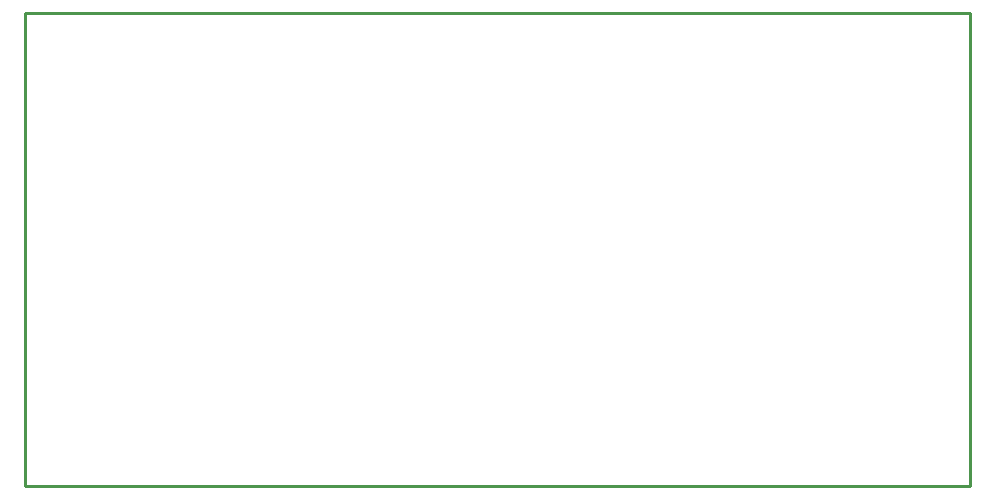
<source format=gko>
G04*
G04 #@! TF.GenerationSoftware,Altium Limited,Altium Designer,22.11.1 (43)*
G04*
G04 Layer_Color=16711935*
%FSLAX25Y25*%
%MOIN*%
G70*
G04*
G04 #@! TF.SameCoordinates,6D67B21A-DBE7-4323-B212-FBECE55DCE4B*
G04*
G04*
G04 #@! TF.FilePolarity,Positive*
G04*
G01*
G75*
%ADD14C,0.01000*%
D14*
X0Y157500D02*
X315000D01*
Y0D02*
Y157500D01*
X0Y0D02*
X315000D01*
X0D02*
Y157500D01*
M02*

</source>
